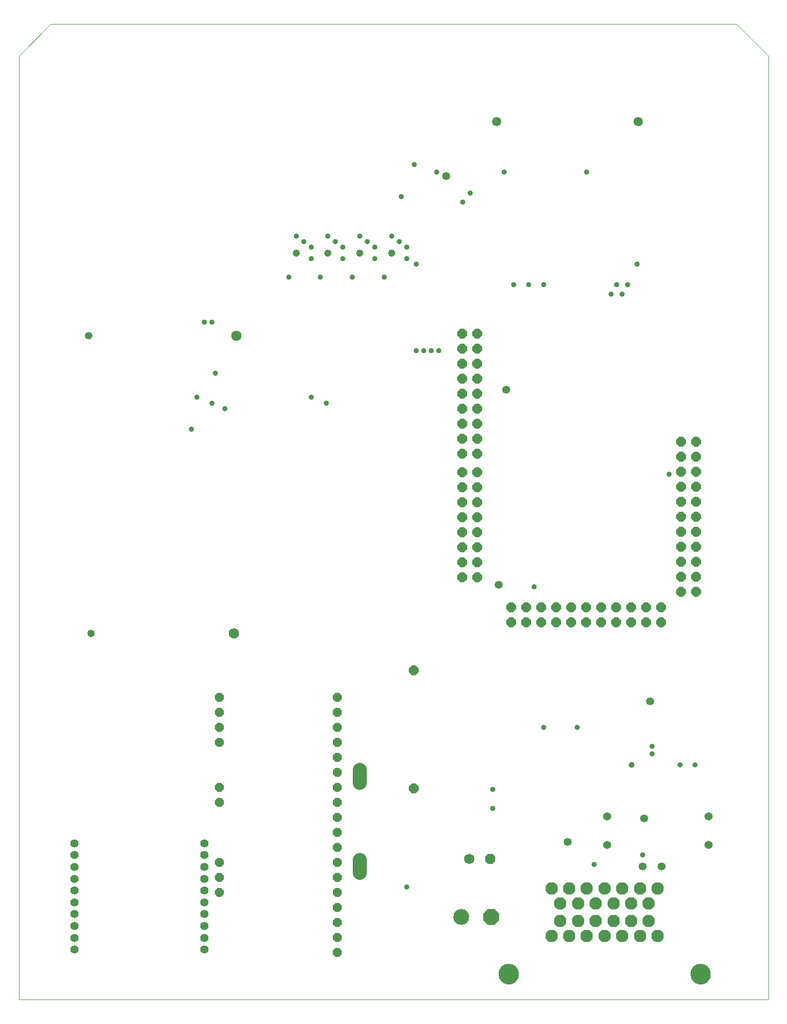
<source format=gbs>
G75*
G70*
%OFA0B0*%
%FSLAX24Y24*%
%IPPOS*%
%LPD*%
%AMOC8*
5,1,8,0,0,1.08239X$1,22.5*
%
%ADD10C,0.0000*%
%ADD11C,0.0560*%
%ADD12C,0.0611*%
%ADD13OC8,0.0651*%
%ADD14OC8,0.0690*%
%ADD15C,0.0690*%
%ADD16C,0.0945*%
%ADD17C,0.1060*%
%ADD18OC8,0.1060*%
%ADD19C,0.0690*%
%ADD20C,0.0493*%
%ADD21C,0.0828*%
%ADD22C,0.1359*%
%ADD23C,0.0540*%
%ADD24OC8,0.0591*%
%ADD25C,0.0350*%
%ADD26C,0.0532*%
%ADD27C,0.0476*%
%ADD28C,0.0397*%
D10*
X000100Y000160D02*
X050100Y000160D01*
X050100Y063035D01*
X047975Y065160D01*
X002225Y065160D01*
X000100Y063035D01*
X000100Y000160D01*
X004698Y024567D02*
X004700Y024596D01*
X004706Y024624D01*
X004715Y024652D01*
X004728Y024678D01*
X004745Y024701D01*
X004764Y024723D01*
X004786Y024742D01*
X004811Y024757D01*
X004837Y024770D01*
X004865Y024778D01*
X004893Y024783D01*
X004922Y024784D01*
X004951Y024781D01*
X004979Y024774D01*
X005006Y024764D01*
X005032Y024750D01*
X005055Y024733D01*
X005076Y024713D01*
X005094Y024690D01*
X005109Y024665D01*
X005120Y024638D01*
X005128Y024610D01*
X005132Y024581D01*
X005132Y024553D01*
X005128Y024524D01*
X005120Y024496D01*
X005109Y024469D01*
X005094Y024444D01*
X005076Y024421D01*
X005055Y024401D01*
X005032Y024384D01*
X005006Y024370D01*
X004979Y024360D01*
X004951Y024353D01*
X004922Y024350D01*
X004893Y024351D01*
X004865Y024356D01*
X004837Y024364D01*
X004811Y024377D01*
X004786Y024392D01*
X004764Y024411D01*
X004745Y024433D01*
X004728Y024456D01*
X004715Y024482D01*
X004706Y024510D01*
X004700Y024538D01*
X004698Y024567D01*
X014128Y024567D02*
X014130Y024602D01*
X014136Y024637D01*
X014146Y024671D01*
X014159Y024704D01*
X014176Y024735D01*
X014197Y024763D01*
X014220Y024790D01*
X014247Y024813D01*
X014275Y024834D01*
X014306Y024851D01*
X014339Y024864D01*
X014373Y024874D01*
X014408Y024880D01*
X014443Y024882D01*
X014478Y024880D01*
X014513Y024874D01*
X014547Y024864D01*
X014580Y024851D01*
X014611Y024834D01*
X014639Y024813D01*
X014666Y024790D01*
X014689Y024763D01*
X014710Y024735D01*
X014727Y024704D01*
X014740Y024671D01*
X014750Y024637D01*
X014756Y024602D01*
X014758Y024567D01*
X014756Y024532D01*
X014750Y024497D01*
X014740Y024463D01*
X014727Y024430D01*
X014710Y024399D01*
X014689Y024371D01*
X014666Y024344D01*
X014639Y024321D01*
X014611Y024300D01*
X014580Y024283D01*
X014547Y024270D01*
X014513Y024260D01*
X014478Y024254D01*
X014443Y024252D01*
X014408Y024254D01*
X014373Y024260D01*
X014339Y024270D01*
X014306Y024283D01*
X014275Y024300D01*
X014247Y024321D01*
X014220Y024344D01*
X014197Y024371D01*
X014176Y024399D01*
X014159Y024430D01*
X014146Y024463D01*
X014136Y024497D01*
X014130Y024532D01*
X014128Y024567D01*
X014285Y044410D02*
X014287Y044445D01*
X014293Y044480D01*
X014303Y044514D01*
X014316Y044547D01*
X014333Y044578D01*
X014354Y044606D01*
X014377Y044633D01*
X014404Y044656D01*
X014432Y044677D01*
X014463Y044694D01*
X014496Y044707D01*
X014530Y044717D01*
X014565Y044723D01*
X014600Y044725D01*
X014635Y044723D01*
X014670Y044717D01*
X014704Y044707D01*
X014737Y044694D01*
X014768Y044677D01*
X014796Y044656D01*
X014823Y044633D01*
X014846Y044606D01*
X014867Y044578D01*
X014884Y044547D01*
X014897Y044514D01*
X014907Y044480D01*
X014913Y044445D01*
X014915Y044410D01*
X014913Y044375D01*
X014907Y044340D01*
X014897Y044306D01*
X014884Y044273D01*
X014867Y044242D01*
X014846Y044214D01*
X014823Y044187D01*
X014796Y044164D01*
X014768Y044143D01*
X014737Y044126D01*
X014704Y044113D01*
X014670Y044103D01*
X014635Y044097D01*
X014600Y044095D01*
X014565Y044097D01*
X014530Y044103D01*
X014496Y044113D01*
X014463Y044126D01*
X014432Y044143D01*
X014404Y044164D01*
X014377Y044187D01*
X014354Y044214D01*
X014333Y044242D01*
X014316Y044273D01*
X014303Y044306D01*
X014293Y044340D01*
X014287Y044375D01*
X014285Y044410D01*
X004540Y044410D02*
X004542Y044439D01*
X004548Y044467D01*
X004557Y044495D01*
X004570Y044521D01*
X004587Y044544D01*
X004606Y044566D01*
X004628Y044585D01*
X004653Y044600D01*
X004679Y044613D01*
X004707Y044621D01*
X004735Y044626D01*
X004764Y044627D01*
X004793Y044624D01*
X004821Y044617D01*
X004848Y044607D01*
X004874Y044593D01*
X004897Y044576D01*
X004918Y044556D01*
X004936Y044533D01*
X004951Y044508D01*
X004962Y044481D01*
X004970Y044453D01*
X004974Y044424D01*
X004974Y044396D01*
X004970Y044367D01*
X004962Y044339D01*
X004951Y044312D01*
X004936Y044287D01*
X004918Y044264D01*
X004897Y044244D01*
X004874Y044227D01*
X004848Y044213D01*
X004821Y044203D01*
X004793Y044196D01*
X004764Y044193D01*
X004735Y044194D01*
X004707Y044199D01*
X004679Y044207D01*
X004653Y044220D01*
X004628Y044235D01*
X004606Y044254D01*
X004587Y044276D01*
X004570Y044299D01*
X004557Y044325D01*
X004548Y044353D01*
X004542Y044381D01*
X004540Y044410D01*
X031697Y058680D02*
X031699Y058713D01*
X031705Y058745D01*
X031714Y058776D01*
X031727Y058806D01*
X031744Y058834D01*
X031764Y058860D01*
X031787Y058884D01*
X031812Y058904D01*
X031840Y058922D01*
X031869Y058936D01*
X031900Y058946D01*
X031932Y058953D01*
X031965Y058956D01*
X031998Y058955D01*
X032030Y058950D01*
X032061Y058941D01*
X032092Y058929D01*
X032120Y058913D01*
X032147Y058894D01*
X032171Y058872D01*
X032192Y058847D01*
X032211Y058820D01*
X032226Y058791D01*
X032237Y058761D01*
X032245Y058729D01*
X032249Y058696D01*
X032249Y058664D01*
X032245Y058631D01*
X032237Y058599D01*
X032226Y058569D01*
X032211Y058540D01*
X032192Y058513D01*
X032171Y058488D01*
X032147Y058466D01*
X032120Y058447D01*
X032092Y058431D01*
X032061Y058419D01*
X032030Y058410D01*
X031998Y058405D01*
X031965Y058404D01*
X031932Y058407D01*
X031900Y058414D01*
X031869Y058424D01*
X031840Y058438D01*
X031812Y058456D01*
X031787Y058476D01*
X031764Y058500D01*
X031744Y058526D01*
X031727Y058554D01*
X031714Y058584D01*
X031705Y058615D01*
X031699Y058647D01*
X031697Y058680D01*
X041146Y058680D02*
X041148Y058713D01*
X041154Y058745D01*
X041163Y058776D01*
X041176Y058806D01*
X041193Y058834D01*
X041213Y058860D01*
X041236Y058884D01*
X041261Y058904D01*
X041289Y058922D01*
X041318Y058936D01*
X041349Y058946D01*
X041381Y058953D01*
X041414Y058956D01*
X041447Y058955D01*
X041479Y058950D01*
X041510Y058941D01*
X041541Y058929D01*
X041569Y058913D01*
X041596Y058894D01*
X041620Y058872D01*
X041641Y058847D01*
X041660Y058820D01*
X041675Y058791D01*
X041686Y058761D01*
X041694Y058729D01*
X041698Y058696D01*
X041698Y058664D01*
X041694Y058631D01*
X041686Y058599D01*
X041675Y058569D01*
X041660Y058540D01*
X041641Y058513D01*
X041620Y058488D01*
X041596Y058466D01*
X041569Y058447D01*
X041541Y058431D01*
X041510Y058419D01*
X041479Y058410D01*
X041447Y058405D01*
X041414Y058404D01*
X041381Y058407D01*
X041349Y058414D01*
X041318Y058424D01*
X041289Y058438D01*
X041261Y058456D01*
X041236Y058476D01*
X041213Y058500D01*
X041193Y058526D01*
X041176Y058554D01*
X041163Y058584D01*
X041154Y058615D01*
X041148Y058647D01*
X041146Y058680D01*
X044925Y001852D02*
X044927Y001902D01*
X044933Y001952D01*
X044943Y002002D01*
X044956Y002050D01*
X044973Y002098D01*
X044994Y002144D01*
X045018Y002188D01*
X045046Y002230D01*
X045077Y002270D01*
X045111Y002307D01*
X045148Y002342D01*
X045187Y002373D01*
X045228Y002402D01*
X045272Y002427D01*
X045318Y002449D01*
X045365Y002467D01*
X045413Y002481D01*
X045462Y002492D01*
X045512Y002499D01*
X045562Y002502D01*
X045613Y002501D01*
X045663Y002496D01*
X045713Y002487D01*
X045761Y002475D01*
X045809Y002458D01*
X045855Y002438D01*
X045900Y002415D01*
X045943Y002388D01*
X045983Y002358D01*
X046021Y002325D01*
X046056Y002289D01*
X046089Y002250D01*
X046118Y002209D01*
X046144Y002166D01*
X046167Y002121D01*
X046186Y002074D01*
X046201Y002026D01*
X046213Y001977D01*
X046221Y001927D01*
X046225Y001877D01*
X046225Y001827D01*
X046221Y001777D01*
X046213Y001727D01*
X046201Y001678D01*
X046186Y001630D01*
X046167Y001583D01*
X046144Y001538D01*
X046118Y001495D01*
X046089Y001454D01*
X046056Y001415D01*
X046021Y001379D01*
X045983Y001346D01*
X045943Y001316D01*
X045900Y001289D01*
X045855Y001266D01*
X045809Y001246D01*
X045761Y001229D01*
X045713Y001217D01*
X045663Y001208D01*
X045613Y001203D01*
X045562Y001202D01*
X045512Y001205D01*
X045462Y001212D01*
X045413Y001223D01*
X045365Y001237D01*
X045318Y001255D01*
X045272Y001277D01*
X045228Y001302D01*
X045187Y001331D01*
X045148Y001362D01*
X045111Y001397D01*
X045077Y001434D01*
X045046Y001474D01*
X045018Y001516D01*
X044994Y001560D01*
X044973Y001606D01*
X044956Y001654D01*
X044943Y001702D01*
X044933Y001752D01*
X044927Y001802D01*
X044925Y001852D01*
X032130Y001852D02*
X032132Y001902D01*
X032138Y001952D01*
X032148Y002002D01*
X032161Y002050D01*
X032178Y002098D01*
X032199Y002144D01*
X032223Y002188D01*
X032251Y002230D01*
X032282Y002270D01*
X032316Y002307D01*
X032353Y002342D01*
X032392Y002373D01*
X032433Y002402D01*
X032477Y002427D01*
X032523Y002449D01*
X032570Y002467D01*
X032618Y002481D01*
X032667Y002492D01*
X032717Y002499D01*
X032767Y002502D01*
X032818Y002501D01*
X032868Y002496D01*
X032918Y002487D01*
X032966Y002475D01*
X033014Y002458D01*
X033060Y002438D01*
X033105Y002415D01*
X033148Y002388D01*
X033188Y002358D01*
X033226Y002325D01*
X033261Y002289D01*
X033294Y002250D01*
X033323Y002209D01*
X033349Y002166D01*
X033372Y002121D01*
X033391Y002074D01*
X033406Y002026D01*
X033418Y001977D01*
X033426Y001927D01*
X033430Y001877D01*
X033430Y001827D01*
X033426Y001777D01*
X033418Y001727D01*
X033406Y001678D01*
X033391Y001630D01*
X033372Y001583D01*
X033349Y001538D01*
X033323Y001495D01*
X033294Y001454D01*
X033261Y001415D01*
X033226Y001379D01*
X033188Y001346D01*
X033148Y001316D01*
X033105Y001289D01*
X033060Y001266D01*
X033014Y001246D01*
X032966Y001229D01*
X032918Y001217D01*
X032868Y001208D01*
X032818Y001203D01*
X032767Y001202D01*
X032717Y001205D01*
X032667Y001212D01*
X032618Y001223D01*
X032570Y001237D01*
X032523Y001255D01*
X032477Y001277D01*
X032433Y001302D01*
X032392Y001331D01*
X032353Y001362D01*
X032316Y001397D01*
X032282Y001434D01*
X032251Y001474D01*
X032223Y001516D01*
X032199Y001560D01*
X032178Y001606D01*
X032161Y001654D01*
X032148Y001702D01*
X032138Y001752D01*
X032132Y001802D01*
X032130Y001852D01*
D11*
X012482Y003490D03*
X012482Y004277D03*
X012482Y005065D03*
X012482Y005852D03*
X012482Y006639D03*
X012482Y007427D03*
X012482Y008214D03*
X012482Y009002D03*
X012482Y009789D03*
X012482Y010576D03*
X003820Y010576D03*
X003820Y009789D03*
X003820Y009002D03*
X003820Y008214D03*
X003820Y007427D03*
X003820Y006639D03*
X003820Y005852D03*
X003820Y005065D03*
X003820Y004277D03*
X003820Y003490D03*
D12*
X031973Y058680D03*
X041422Y058680D03*
D13*
X030679Y044547D03*
X029679Y044547D03*
X029679Y043547D03*
X029679Y042547D03*
X030679Y042547D03*
X030679Y043547D03*
X030679Y041547D03*
X030679Y040547D03*
X029679Y040547D03*
X029679Y041547D03*
X029679Y039547D03*
X030679Y039547D03*
X030679Y038547D03*
X030679Y037547D03*
X029679Y037547D03*
X029679Y038547D03*
X029679Y036547D03*
X029677Y035291D03*
X030677Y035291D03*
X030679Y036547D03*
X030677Y034291D03*
X029677Y034291D03*
X029677Y033291D03*
X029677Y032291D03*
X030677Y032291D03*
X030677Y033291D03*
X030677Y031291D03*
X030677Y030291D03*
X029677Y030291D03*
X029677Y031291D03*
X029677Y029291D03*
X029677Y028291D03*
X030677Y028291D03*
X030677Y029291D03*
X032954Y026297D03*
X033954Y026297D03*
X034954Y026297D03*
X035954Y026297D03*
X036954Y026297D03*
X037954Y026297D03*
X038954Y026297D03*
X039954Y026297D03*
X040954Y026297D03*
X041954Y026297D03*
X042954Y026297D03*
X042954Y025297D03*
X041954Y025297D03*
X040954Y025297D03*
X039954Y025297D03*
X038954Y025297D03*
X037954Y025297D03*
X036954Y025297D03*
X035954Y025297D03*
X034954Y025297D03*
X033954Y025297D03*
X032954Y025297D03*
X026450Y022093D03*
X026450Y014219D03*
X044292Y027334D03*
X045292Y027334D03*
X045292Y028334D03*
X045292Y029334D03*
X045292Y030334D03*
X045292Y031334D03*
X045292Y032334D03*
X045292Y033334D03*
X045292Y034334D03*
X045292Y035334D03*
X045292Y036334D03*
X045292Y037334D03*
X044292Y037334D03*
X044292Y036334D03*
X044292Y035334D03*
X044292Y034334D03*
X044292Y033334D03*
X044292Y032334D03*
X044292Y031334D03*
X044292Y030334D03*
X044292Y029334D03*
X044292Y028334D03*
D14*
X031550Y009535D03*
D15*
X030150Y009535D03*
D16*
X022850Y009478D02*
X022850Y008593D01*
X022850Y014593D02*
X022850Y015478D01*
D17*
X029600Y005660D03*
D18*
X031600Y005660D03*
D19*
X014443Y024567D03*
X014600Y044410D03*
D20*
X004757Y044410D03*
X004915Y024567D03*
D21*
X035634Y007557D03*
X036225Y006572D03*
X036816Y007557D03*
X037406Y006572D03*
X037997Y007557D03*
X038587Y006572D03*
X039178Y007557D03*
X039768Y006572D03*
X040359Y007557D03*
X040949Y006572D03*
X041540Y007557D03*
X042131Y006572D03*
X042721Y007557D03*
X042131Y005391D03*
X042721Y004407D03*
X041540Y004407D03*
X040949Y005391D03*
X040359Y004407D03*
X039768Y005391D03*
X039178Y004407D03*
X038587Y005391D03*
X037997Y004407D03*
X037406Y005391D03*
X036816Y004407D03*
X036225Y005391D03*
X035634Y004407D03*
D22*
X032780Y001852D03*
X045575Y001852D03*
D23*
X046100Y010460D03*
X046100Y012360D03*
X039350Y012360D03*
X039350Y010460D03*
D24*
X021350Y010285D03*
X021350Y009285D03*
X021350Y008285D03*
X021350Y007285D03*
X021350Y006285D03*
X021350Y005285D03*
X021350Y004285D03*
X021350Y003285D03*
X021350Y011285D03*
X021350Y012285D03*
X021350Y013285D03*
X021350Y014285D03*
X021350Y015285D03*
X021350Y016285D03*
X021350Y017285D03*
X021350Y018285D03*
X021350Y019285D03*
X021350Y020285D03*
X013475Y020285D03*
X013475Y019285D03*
X013475Y018285D03*
X013475Y017285D03*
X013475Y014285D03*
X013475Y013285D03*
X013475Y009285D03*
X013475Y008285D03*
X013475Y007285D03*
D25*
X025975Y007660D03*
X031725Y012910D03*
X031725Y014160D03*
X035100Y018285D03*
X037350Y018285D03*
X042350Y017035D03*
X042350Y016535D03*
X044225Y015785D03*
X045225Y015785D03*
X041725Y009785D03*
X038475Y009160D03*
X034475Y027660D03*
X043475Y035160D03*
X040350Y047160D03*
X039975Y047785D03*
X039600Y047160D03*
X040725Y047785D03*
X041350Y049160D03*
X037975Y055285D03*
X032475Y055285D03*
X030225Y053910D03*
X029725Y053285D03*
X027975Y055285D03*
X026475Y055785D03*
X025600Y053660D03*
X024975Y051035D03*
X025475Y050660D03*
X025975Y050285D03*
X025975Y049535D03*
X026600Y049160D03*
X024475Y048285D03*
X023850Y049535D03*
X023850Y050285D03*
X023350Y050660D03*
X022850Y051035D03*
X021725Y050285D03*
X021225Y050660D03*
X020725Y051035D03*
X019600Y050285D03*
X019100Y050660D03*
X018600Y051035D03*
X019600Y049535D03*
X020225Y048285D03*
X021725Y049535D03*
X022350Y048285D03*
X018100Y048285D03*
X013225Y041910D03*
X012975Y039910D03*
X013850Y039535D03*
X011975Y040285D03*
X011600Y038160D03*
X012475Y045285D03*
X012975Y045285D03*
X019600Y040285D03*
X020600Y039910D03*
X026600Y043410D03*
X027100Y043410D03*
X027600Y043410D03*
X028100Y043410D03*
X033100Y047785D03*
X034100Y047785D03*
X035100Y047785D03*
D26*
X032600Y040785D03*
X032100Y027785D03*
X042225Y020035D03*
X041810Y012229D03*
X041725Y009035D03*
X042975Y009035D03*
X036711Y010674D03*
X028600Y055035D03*
D27*
X024975Y049910D03*
X022850Y049910D03*
X020725Y049910D03*
X018600Y049910D03*
D28*
X040975Y015785D03*
M02*

</source>
